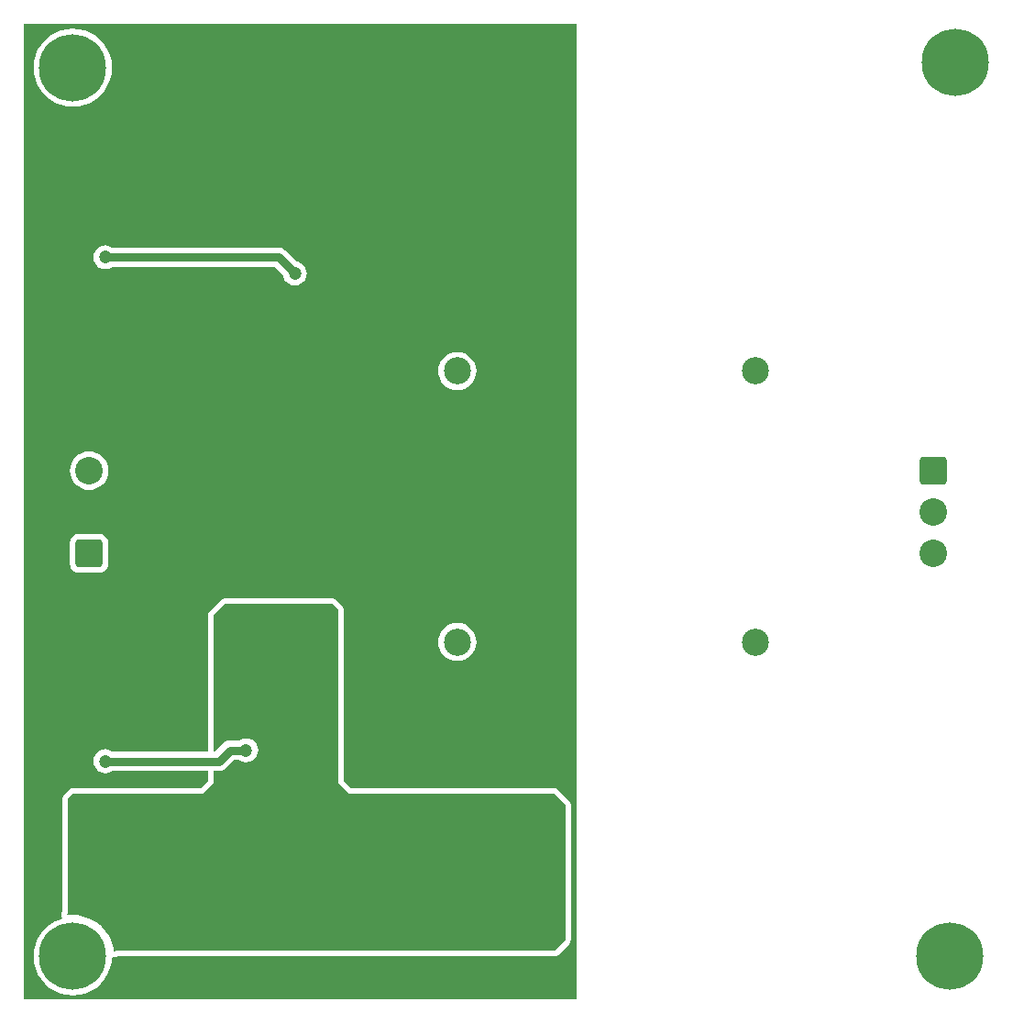
<source format=gbl>
%FSLAX23Y23*%
%MOMM*%
%SFA1B1*%

%IPPOS*%
%AMD24*
4,1,8,-0.952500,-1.270000,0.952500,-1.270000,1.270000,-0.952500,1.270000,0.952500,0.952500,1.270000,-0.952500,1.270000,-1.270000,0.952500,-1.270000,-0.952500,-0.952500,-1.270000,0.0*
1,1,0.636000,-0.952500,-0.952500*
1,1,0.636000,0.952500,-0.952500*
1,1,0.636000,0.952500,0.952500*
1,1,0.636000,-0.952500,0.952500*
%
%ADD20C,0.799998*%
%ADD22C,6.199988*%
%ADD23C,2.499995*%
G04~CAMADD=24~8~0.0~0.0~1000.0~1000.0~125.2~0.0~15~0.0~0.0~0.0~0.0~0~0.0~0.0~0.0~0.0~0~0.0~0.0~0.0~180.0~1000.0~1000.0*
%ADD24D24*%
%ADD25C,2.539995*%
%ADD26C,0.799998*%
%ADD27C,1.199998*%
%ADD28C,0.150000*%
%LNanalogpsu-1*%
%LPD*%
G36*
X53499Y2499D02*
X2499D01*
Y92499*
X53499*
Y2499*
G37*
%LNanalogpsu-2*%
%LPC*%
G36*
X9452Y45466D02*
X7547D01*
X7333Y45438*
X7134Y45356*
X6963Y45225*
X6832Y45054*
X6750Y44855*
X6722Y44642*
Y42736*
X6750Y42523*
X6832Y42324*
X6963Y42153*
X7134Y42022*
X7333Y41940*
X7547Y41912*
X9452*
X9665Y41940*
X9864Y42022*
X10035Y42153*
X10166Y42324*
X10248Y42523*
X10276Y42736*
Y44642*
X10248Y44855*
X10166Y45054*
X10035Y45225*
X9864Y45356*
X9665Y45438*
X9452Y45466*
G37*
G36*
X42499Y37257D02*
X42156Y37224D01*
X41826Y37124*
X41522Y36961*
X41256Y36742*
X41037Y36476*
X40874Y36172*
X40774Y35842*
X40741Y35499*
X40774Y35156*
X40874Y34826*
X41037Y34522*
X41256Y34256*
X41522Y34037*
X41826Y33874*
X42156Y33774*
X42499Y33741*
X42842Y33774*
X43172Y33874*
X43476Y34037*
X43742Y34256*
X43961Y34522*
X44124Y34826*
X44224Y35156*
X44257Y35499*
X44224Y35842*
X44124Y36172*
X43961Y36476*
X43742Y36742*
X43476Y36961*
X43172Y37124*
X42842Y37224*
X42499Y37257*
G37*
G36*
X30999Y39509D02*
X20999D01*
X20836Y39476*
X20804Y39470*
X20639Y39359*
X19639Y38359*
X19528Y38194*
X19489Y37999*
Y25407*
X10623*
X10554Y25460*
X10286Y25571*
X9999Y25608*
X9712Y25571*
X9444Y25460*
X9214Y25284*
X9038Y25054*
X8927Y24786*
X8890Y24499*
X8927Y24212*
X9038Y23944*
X9214Y23714*
X9444Y23538*
X9712Y23427*
X9999Y23390*
X10286Y23427*
X10554Y23538*
X10623Y23591*
X19489*
Y22710*
X18788Y22009*
X6999*
X6804Y21970*
X6639Y21859*
X6139Y21359*
X6138*
X6082Y21275*
X6028Y21194*
Y21193*
X6008Y21096*
X5989Y20999*
Y20998*
X6004Y10645*
X5973Y10598*
X5928Y10374*
X5973Y10150*
X6036Y10055*
X6000Y9961*
X5883Y9933*
X5360Y9717*
X4876Y9420*
X4446Y9052*
X4078Y8622*
X3781Y8138*
X3565Y7615*
X3432Y7064*
X3388Y6499*
X3432Y5934*
X3565Y5383*
X3781Y4860*
X4078Y4376*
X4446Y3946*
X4876Y3578*
X5360Y3281*
X5883Y3065*
X6434Y2932*
X6999Y2888*
X7564Y2932*
X8115Y3065*
X8638Y3281*
X9122Y3578*
X9552Y3946*
X9920Y4376*
X10217Y4860*
X10433Y5383*
X10566Y5934*
X10600Y6375*
X10680Y6436*
X10874Y6397*
X11098Y6442*
X11146Y6474*
X30999Y6489*
X51499*
X51694Y6528*
X51859Y6639*
X52859Y7639*
X52970Y7804*
X53009Y7999*
Y14999*
Y20499*
X52970Y20694*
X52859Y20859*
X52359Y21359*
X51859Y21859*
X51694Y21970*
X51499Y22009*
X32710*
X32009Y22710*
Y30499*
Y38499*
X31976Y38662*
X31970Y38694*
X31859Y38859*
X31359Y39359*
X31194Y39470*
X30999Y39509*
G37*
G36*
X9999Y72108D02*
X9712Y72071D01*
X9444Y71960*
X9214Y71784*
X9038Y71554*
X8927Y71286*
X8890Y70999*
X8927Y70712*
X9038Y70444*
X9214Y70214*
X9444Y70038*
X9712Y69927*
X9999Y69890*
X10286Y69927*
X10554Y70038*
X10623Y70091*
X25623*
X26416Y69298*
X26427Y69212*
X26538Y68944*
X26714Y68714*
X26944Y68538*
X27212Y68427*
X27499Y68390*
X27786Y68427*
X28054Y68538*
X28284Y68714*
X28460Y68944*
X28571Y69212*
X28608Y69499*
X28571Y69786*
X28460Y70054*
X28284Y70284*
X28054Y70460*
X27786Y70571*
X27700Y70582*
X26641Y71641*
X26453Y71785*
X26234Y71876*
X25999Y71907*
X10623*
X10554Y71960*
X10286Y72071*
X9999Y72108*
G37*
G36*
X6999Y92110D02*
X6434Y92066D01*
X5883Y91933*
X5360Y91717*
X4876Y91420*
X4446Y91052*
X4078Y90622*
X3781Y90138*
X3565Y89615*
X3432Y89064*
X3388Y88499*
X3432Y87934*
X3565Y87383*
X3781Y86860*
X4078Y86376*
X4446Y85946*
X4876Y85578*
X5360Y85281*
X5883Y85065*
X6434Y84932*
X6999Y84888*
X7564Y84932*
X8115Y85065*
X8638Y85281*
X9122Y85578*
X9552Y85946*
X9920Y86376*
X10217Y86860*
X10433Y87383*
X10566Y87934*
X10610Y88499*
X10566Y89064*
X10433Y89615*
X10217Y90138*
X9920Y90622*
X9552Y91052*
X9122Y91420*
X8638Y91717*
X8115Y91933*
X7564Y92066*
X6999Y92110*
G37*
G36*
X8499Y53088D02*
X8152Y53053D01*
X7818Y52952*
X7511Y52788*
X7241Y52567*
X7020Y52297*
X6856Y51990*
X6755Y51656*
X6720Y51309*
X6755Y50962*
X6856Y50628*
X7020Y50321*
X7241Y50051*
X7511Y49830*
X7818Y49666*
X8152Y49565*
X8499Y49530*
X8846Y49565*
X9180Y49666*
X9487Y49830*
X9757Y50051*
X9978Y50321*
X10142Y50628*
X10243Y50962*
X10278Y51309*
X10243Y51656*
X10142Y51990*
X9978Y52297*
X9757Y52567*
X9487Y52788*
X9180Y52952*
X8846Y53053*
X8499Y53088*
G37*
G36*
X42499Y62257D02*
X42156Y62224D01*
X41826Y62124*
X41522Y61961*
X41256Y61742*
X41037Y61476*
X40874Y61172*
X40774Y60842*
X40741Y60499*
X40774Y60156*
X40874Y59826*
X41037Y59522*
X41256Y59256*
X41522Y59037*
X41826Y58874*
X42156Y58774*
X42499Y58741*
X42842Y58774*
X43172Y58874*
X43476Y59037*
X43742Y59256*
X43961Y59522*
X44124Y59826*
X44224Y60156*
X44257Y60499*
X44224Y60842*
X44124Y61172*
X43961Y61476*
X43742Y61742*
X43476Y61961*
X43172Y62124*
X42842Y62224*
X42499Y62257*
G37*
%LNanalogpsu-3*%
%LPD*%
G36*
X31499Y38499D02*
Y30499D01*
Y22499*
X32499Y21499*
X51499*
X51999Y20999*
X52499Y20499*
Y14999*
Y7999*
X51499Y6999*
X30999*
X10874Y6983*
X10399Y8474*
X9049Y9874*
X7736Y10311*
X6515Y10374*
X6499Y20999*
X6999Y21499*
X18999*
X19999Y22499*
Y23591*
X20499*
X20734Y23622*
X20862Y23675*
X20953Y23713*
X21141Y23857*
X21875Y24591*
X22375*
X22444Y24538*
X22712Y24427*
X22999Y24390*
X23286Y24427*
X23554Y24538*
X23784Y24714*
X23960Y24944*
X24071Y25212*
X24108Y25499*
X24071Y25786*
X23960Y26054*
X23784Y26284*
X23554Y26460*
X23286Y26571*
X22999Y26608*
X22712Y26571*
X22444Y26460*
X22375Y26407*
X21499*
X21264Y26376*
X21045Y26285*
X20857Y26141*
X20123Y25407*
X19999*
Y37999*
X20999Y38999*
X30999*
X31499Y38499*
G37*
G54D20*
X9999Y70999D02*
X25999D01*
X27499Y69499*
X9999Y24499D02*
X20499D01*
X21499Y25499*
X22999*
G54D22*
X6999Y88499D03*
Y6499D03*
X87999D03*
X88499Y88999D03*
G54D23*
X42499Y40499D03*
Y55499D03*
Y60499D03*
X69999D03*
X42499Y35499D03*
X69999D03*
G54D24*
X86499Y51309D03*
X8499Y43689D03*
G54D25*
X86499Y47499D03*
Y43689D03*
X8499Y47499D03*
Y51309D03*
G54D26*
X21499Y14499D03*
X22499D03*
X24499D03*
X23499D03*
X26499D03*
X25499D03*
X28499D03*
X27499D03*
X22499Y12999D03*
X24499D03*
X23499D03*
X26499D03*
X25499D03*
X28499D03*
X27499D03*
X26499Y11499D03*
X25499D03*
X27499D03*
X28499D03*
X21499D03*
Y12999D03*
X22499Y11499D03*
X23499D03*
X24499D03*
G54D27*
X9999Y70999D03*
X27499Y69499D03*
X9999Y24499D03*
X22999Y25499D03*
G54D28*
X10874Y6983D02*
D01*
X10831Y7253*
X10769Y7518*
X10689Y7779*
X10591Y8033*
X10475Y8280*
X10343Y8518*
X10194Y8746*
X10029Y8963*
X9850Y9169*
X9657Y9361*
X9451Y9539*
X9233Y9703*
X9004Y9851*
X8765Y9983*
X8518Y10097*
X8263Y10194*
X8002Y10274*
X7737Y10334*
X7467Y10376*
X7196Y10400*
X6923Y10404*
X6651Y10389*
X6515Y10374*
M02*
</source>
